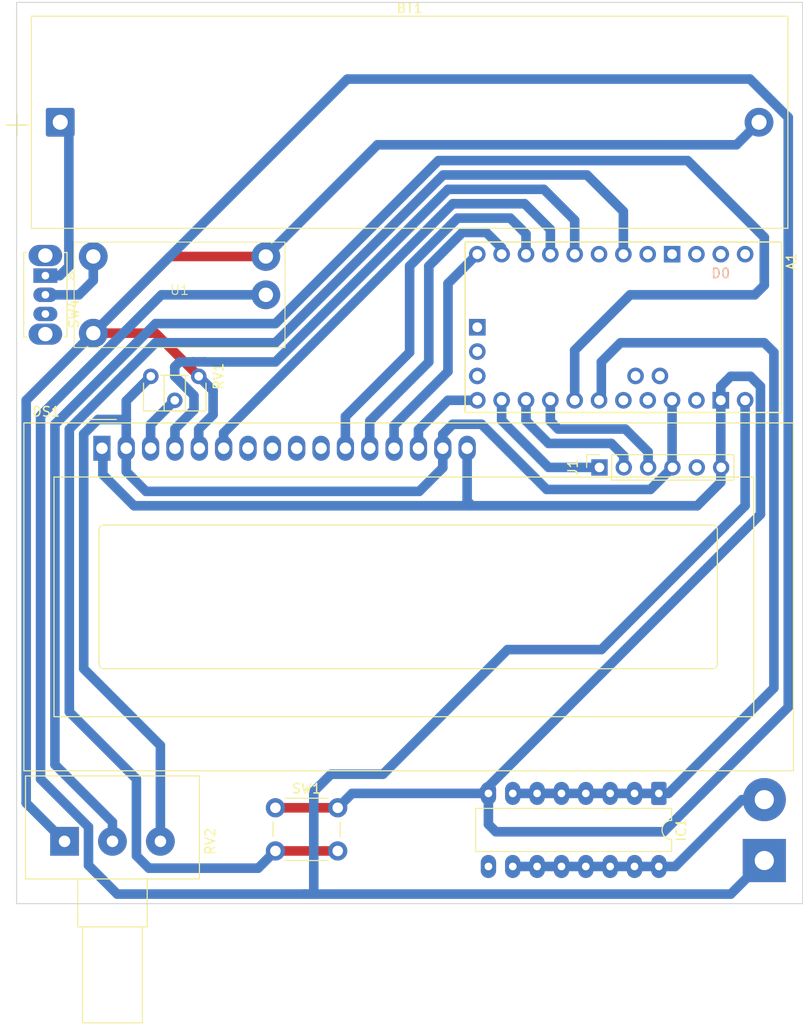
<source format=kicad_pcb>
(kicad_pcb (version 20241229) (generator "pcbnew") (generator_version "9.0")
  (layers (0 "F.Cu" signal) (2 "B.Cu" signal) (13 "F.Paste" user) (15 "B.Paste" user) (5 "F.SilkS" user "F.Silkscreen") (7 "B.SilkS" user "B.Silkscreen") (1 "F.Mask" user) (3 "B.Mask" user) (25 "Edge.Cuts" user))
  (net 0 "")
  (net 1 "+5V")
  (net 2 "+12V")
  (net 3 "+BATT")
  (net 4 "GND")
  (net 5 "Net-(IC1-O1)")
  (net 6 "Net-(BT1-+)")
  (net 9 "Net-(DS1-D6)")
  (net 10 "Net-(DS1-D5)")
  (net 11 "Net-(DS1-D4)")
  (net 13 "Net-(DS1-E)")
  (net 14 "Net-(DS1-RS)")
  (net 16 "Net-(DS1-VO)")
  (net 17 "Net-(A1-D10_CS)")
  (net 18 "Net-(IC1-I1)")
  (net 20 "Net-(A1-PadA0)")
  (net 21 "Net-(A1-D3_INT1)")
  (net 34 "Net-(A1-D12_MISO)")
  (net 35 "Net-(A1-D11_MOSI)")
  (net 36 "Net-(A1-D13_SCK)")
  (net 37 "Net-(J1-Pin_5)")
  (footprint "Display:WC1602A" (layer "F.Cu") (at 31.9 67)
    (property "Reference" "DS1" (at -5.82 -3.81 0) (layer "F.SilkS"))
    (property "Value" "WC1602A")
    (fp_line (start -8.14 -2.64) (end -8.14 33.64) (stroke (width 0.12)) (layer "F.SilkS"))
    (fp_line (start -8.14 33.64) (end 72.14 33.64) (stroke (width 0.12)) (layer "F.SilkS"))
    (fp_line (start -8.13 -2.64) (end -7.34 -2.64) (stroke (width 0.12)) (layer "F.SilkS"))
    (fp_line (start -5 3) (end 68 3) (stroke (width 0.12)) (layer "F.SilkS"))
    (fp_line (start -5 28) (end -5 3) (stroke (width 0.12)) (layer "F.SilkS"))
    (fp_line (start -1.5 -3) (end 1.5 -3) (stroke (width 0.12)) (layer "F.SilkS"))
    (fp_line (start -0.29972 22.49932) (end -0.29972 8.5) (stroke (width 0.12)) (layer "F.SilkS"))
    (fp_line (start 0.2 8) (end 63.7 8) (stroke (width 0.12)) (layer "F.SilkS"))
    (fp_line (start 63.70066 23) (end 0.2 23) (stroke (width 0.12)) (layer "F.SilkS"))
    (fp_line (start 64.2 8.5) (end 64.2 22.5) (stroke (width 0.12)) (layer "F.SilkS"))
    (fp_line (start 68 3) (end 68 28) (stroke (width 0.12)) (layer "F.SilkS"))
    (fp_line (start 68 28) (end -5 28) (stroke (width 0.12)) (layer "F.SilkS"))
    (fp_line (start 72.14 -2.64) (end -7.34 -2.64) (stroke (width 0.12)) (layer "F.SilkS"))
    (fp_line (start 72.14 33.64) (end 72.14 -2.64) (stroke (width 0.12)) (layer "F.SilkS"))
    (fp_arc (start -0.29972 8.49884) (mid -0.153162 8.145018) (end 0.20066 7.99846) (stroke (width 0.12)) (layer "F.SilkS"))
    (fp_arc (start 0.20066 22.9997) (mid -0.153162 22.853142) (end -0.29972 22.49932) (stroke (width 0.12)) (layer "F.SilkS"))
    (fp_arc (start 63.7 8) (mid 64.053553 8.146447) (end 64.2 8.5) (stroke (width 0.12)) (layer "F.SilkS"))
    (fp_arc (start 64.20104 22.49932) (mid 64.054482 22.853142) (end 63.70066 22.9997) (stroke (width 0.12)) (layer "F.SilkS"))
    (pad "1" thru_hole rect (at 0 0) (size 1.8 2.6) (drill 1.2) (layers "*.Cu" "*.Mask") (net 4 "GND"))
    (pad "2" thru_hole oval (at 2.54 0) (size 1.8 2.6) (drill 1.2) (layers "*.Cu" "*.Mask") (net 1 "+5V"))
    (pad "3" thru_hole oval (at 5.08 0) (size 1.8 2.6) (drill 1.2) (layers "*.Cu" "*.Mask") (net 16 "Net-(DS1-VO)"))
    (pad "4" thru_hole oval (at 7.62 0) (size 1.8 2.6) (drill 1.2) (layers "*.Cu" "*.Mask") (net 14 "Net-(DS1-RS)"))
    (pad "5" thru_hole oval (at 10.16 0) (size 1.8 2.6) (drill 1.2) (layers "*.Cu" "*.Mask") (net 4 "GND"))
    (pad "6" thru_hole oval (at 12.7 0) (size 1.8 2.6) (drill 1.2) (layers "*.Cu" "*.Mask") (net 13 "Net-(DS1-E)"))
    (pad "7" thru_hole oval (at 15.24 0) (size 1.8 2.6) (drill 1.2) (layers "*.Cu" "*.Mask"))
    (pad "8" thru_hole oval (at 17.78 0) (size 1.8 2.6) (drill 1.2) (layers "*.Cu" "*.Mask"))
    (pad "9" thru_hole oval (at 20.32 0) (size 1.8 2.6) (drill 1.2) (layers "*.Cu" "*.Mask"))
    (pad "10" thru_hole oval (at 22.86 0) (size 1.8 2.6) (drill 1.2) (layers "*.Cu" "*.Mask"))
    (pad "11" thru_hole oval (at 25.4 0) (size 1.8 2.6) (drill 1.2) (layers "*.Cu" "*.Mask") (net 11 "Net-(DS1-D4)"))
    (pad "12" thru_hole oval (at 27.94 0) (size 1.8 2.6) (drill 1.2) (layers "*.Cu" "*.Mask") (net 10 "Net-(DS1-D5)"))
    (pad "13" thru_hole oval (at 30.48 0) (size 1.8 2.6) (drill 1.2) (layers "*.Cu" "*.Mask") (net 9 "Net-(DS1-D6)"))
    (pad "14" thru_hole oval (at 33.02 0) (size 1.8 2.6) (drill 1.2) (layers "*.Cu" "*.Mask") (net 17 "Net-(A1-D10_CS)"))
    (pad "15" thru_hole oval (at 35.56 0) (size 1.8 2.6) (drill 1.2) (layers "*.Cu" "*.Mask") (net 1 "+5V"))
    (pad "16" thru_hole oval (at 38.1 0) (size 1.8 2.6) (drill 1.2) (layers "*.Cu" "*.Mask") (net 4 "GND"))
  )
  (footprint "Connector_PinSocket_2.54mm:PinSocket_1x06_P2.54mm_Vertical" (layer "F.Cu") (at 83.8 69 90)
    (property "Reference" "J1" (at 0 -2.77 90) (layer "F.SilkS"))
    (property "Value" "Conn_01x06_Socket")
    (fp_line (start 1.33 -1.33) (end 1.33 0) (stroke (width 0.12)) (layer "F.SilkS"))
    (fp_line (start 0 -1.33) (end 1.33 -1.33) (stroke (width 0.12)) (layer "F.SilkS"))
    (fp_line (start 1.33 1.27) (end 1.33 14.03) (stroke (width 0.12)) (layer "F.SilkS"))
    (fp_line (start -1.33 1.27) (end 1.33 1.27) (stroke (width 0.12)) (layer "F.SilkS"))
    (fp_line (start -1.33 1.27) (end -1.33 14.03) (stroke (width 0.12)) (layer "F.SilkS"))
    (fp_line (start -1.33 14.03) (end 1.33 14.03) (stroke (width 0.12)) (layer "F.SilkS"))
    (pad "1" thru_hole rect (at 0 0 90) (size 1.7 1.7) (drill 1) (layers "*.Cu" "*.Mask") (net 35 "Net-(A1-D11_MOSI)"))
    (pad "2" thru_hole circle (at 0 2.54 90) (size 1.7 1.7) (drill 1) (layers "*.Cu" "*.Mask") (net 34 "Net-(A1-D12_MISO)"))
    (pad "3" thru_hole circle (at 0 5.08 90) (size 1.7 1.7) (drill 1) (layers "*.Cu" "*.Mask") (net 36 "Net-(A1-D13_SCK)"))
    (pad "4" thru_hole circle (at 0 7.62 90) (size 1.7 1.7) (drill 1) (layers "*.Cu" "*.Mask") (net 1 "+5V"))
    (pad "5" thru_hole circle (at 0 10.16 90) (size 1.7 1.7) (drill 1) (layers "*.Cu" "*.Mask") (net 37 "Net-(J1-Pin_5)"))
    (pad "6" thru_hole circle (at 0 12.7 90) (size 1.7 1.7) (drill 1) (layers "*.Cu" "*.Mask") (net 4 "GND"))
  )
  (footprint "Battery:BatteryHolder_MPD_BH-18650-PC" (layer "F.Cu") (at 27.55 33)
    (property "Reference" "BT1" (at 36.45 -11.9 0) (layer "F.SilkS"))
    (property "Value" "Battery_Cell")
    (fp_line (start -3.01 -11.06) (end 75.91 -11.06) (stroke (width 0.12)) (layer "F.SilkS"))
    (fp_line (start -3.01 11.06) (end -3.01 -11.06) (stroke (width 0.12)) (layer "F.SilkS"))
    (fp_line (start 75.91 -11.06) (end 75.91 11.06) (stroke (width 0.12)) (layer "F.SilkS"))
    (fp_line (start 75.91 11.06) (end -3.01 11.06) (stroke (width 0.12)) (layer "F.SilkS"))
    (fp_text user "+" (at -4.5 0.05 0) (layer "F.SilkS") (effects (font (size 3 3))))
    (pad "" np_thru_hole circle (at 8.445 0) (size 3.2 3.2) (drill 3.2) (layers "*.Cu" "*.Mask"))
    (pad "" np_thru_hole circle (at 64.055 0) (size 3.2 3.2) (drill 3.2) (layers "*.Cu" "*.Mask"))
    (pad "1" thru_hole roundrect (at 0 0) (size 3 3) (drill 1.57) (layers "*.Cu" "*.Mask") (roundrect_rratio 0.083333) (net 6 "Net-(BT1-+)"))
    (pad "2" thru_hole circle (at 72.9 0) (size 3 3) (drill 1.57) (layers "*.Cu" "*.Mask") (net 4 "GND"))
  )
  (footprint "Potentiometer_THT:Potentiometer_Alps_RK163_Single_Horizontal" (layer "F.Cu") (at 28 108 90)
    (property "Reference" "RV2" (at 0 15.2 90) (layer "F.SilkS"))
    (property "Value" "R_Potentiometer")
    (fp_line (start 6.82 -4.07) (end -3.92 -4.07) (stroke (width 0.12)) (layer "F.SilkS"))
    (fp_line (start -3.92 1.38) (end -8.92 1.38) (stroke (width 0.12)) (layer "F.SilkS"))
    (fp_line (start -8.92 1.88) (end -18.92 1.88) (stroke (width 0.12)) (layer "F.SilkS"))
    (fp_line (start -8.92 8.12) (end -18.92 8.12) (stroke (width 0.12)) (layer "F.SilkS"))
    (fp_line (start -18.92 8.12) (end -18.92 1.88) (stroke (width 0.12)) (layer "F.SilkS"))
    (fp_line (start -3.92 8.62) (end -8.92 8.62) (stroke (width 0.12)) (layer "F.SilkS"))
    (fp_line (start -8.92 8.62) (end -8.92 1.38) (stroke (width 0.12)) (layer "F.SilkS"))
    (fp_line (start 6.82 14.07) (end 6.82 -4.07) (stroke (width 0.12)) (layer "F.SilkS"))
    (fp_line (start 6.82 14.07) (end -3.92 14.07) (stroke (width 0.12)) (layer "F.SilkS"))
    (fp_line (start -3.92 14.07) (end -3.92 -4.07) (stroke (width 0.12)) (layer "F.SilkS"))
    (pad "1" thru_hole rect (at 0 0 270) (size 3 3) (drill 1.2) (layers "*.Cu" "*.Mask") (net 4 "GND"))
    (pad "2" thru_hole circle (at 0 5 270) (size 3 3) (drill 1.2) (layers "*.Cu" "*.Mask") (net 20 "Net-(A1-PadA0)"))
    (pad "3" thru_hole circle (at 0 10 270) (size 3 3) (drill 1.2) (layers "*.Cu" "*.Mask") (net 1 "+5V"))
  )
  (footprint "Package_DIP:DIP-16_W7.62mm_LongPads" (layer "F.Cu") (at 90 103 -90)
    (property "Reference" "IC1" (at 3.81 -2.33 90) (layer "F.SilkS"))
    (property "Value" "ULN2003A")
    (fp_line (start 1.56 19.11) (end 6.06 19.11) (stroke (width 0.12)) (layer "F.SilkS"))
    (fp_line (start 6.06 19.11) (end 6.06 -1.33) (stroke (width 0.12)) (layer "F.SilkS"))
    (fp_line (start 1.56 -1.33) (end 1.56 19.11) (stroke (width 0.12)) (layer "F.SilkS"))
    (fp_line (start 2.81 -1.33) (end 1.56 -1.33) (stroke (width 0.12)) (layer "F.SilkS"))
    (fp_line (start 6.06 -1.33) (end 4.81 -1.33) (stroke (width 0.12)) (layer "F.SilkS"))
    (fp_arc (start 4.81 -1.33) (mid 3.81 -0.33) (end 2.81 -1.33) (stroke (width 0.12)) (layer "F.SilkS"))
    (pad "1" thru_hole roundrect (at 0 0 270) (size 2.4 1.6) (drill 0.8) (layers "*.Cu" "*.Mask") (roundrect_rratio 0.15625) (net 18 "Net-(IC1-I1)"))
    (pad "2" thru_hole oval (at 0 2.54 270) (size 2.4 1.6) (drill 0.8) (layers "*.Cu" "*.Mask") (net 18 "Net-(IC1-I1)"))
    (pad "3" thru_hole oval (at 0 5.08 270) (size 2.4 1.6) (drill 0.8) (layers "*.Cu" "*.Mask") (net 18 "Net-(IC1-I1)"))
    (pad "4" thru_hole oval (at 0 7.62 270) (size 2.4 1.6) (drill 0.8) (layers "*.Cu" "*.Mask") (net 18 "Net-(IC1-I1)"))
    (pad "5" thru_hole oval (at 0 10.16 270) (size 2.4 1.6) (drill 0.8) (layers "*.Cu" "*.Mask") (net 18 "Net-(IC1-I1)"))
    (pad "6" thru_hole oval (at 0 12.7 270) (size 2.4 1.6) (drill 0.8) (layers "*.Cu" "*.Mask") (net 18 "Net-(IC1-I1)"))
    (pad "7" thru_hole oval (at 0 15.24 270) (size 2.4 1.6) (drill 0.8) (layers "*.Cu" "*.Mask") (net 18 "Net-(IC1-I1)"))
    (pad "8" thru_hole oval (at 0 17.78 270) (size 2.4 1.6) (drill 0.8) (layers "*.Cu" "*.Mask") (net 4 "GND"))
    (pad "9" thru_hole oval (at 7.62 17.78 270) (size 2.4 1.6) (drill 0.8) (layers "*.Cu" "*.Mask"))
    (pad "10" thru_hole oval (at 7.62 15.24 270) (size 2.4 1.6) (drill 0.8) (layers "*.Cu" "*.Mask") (net 5 "Net-(IC1-O1)"))
    (pad "11" thru_hole oval (at 7.62 12.7 270) (size 2.4 1.6) (drill 0.8) (layers "*.Cu" "*.Mask") (net 5 "Net-(IC1-O1)"))
    (pad "12" thru_hole oval (at 7.62 10.16 270) (size 2.4 1.6) (drill 0.8) (layers "*.Cu" "*.Mask") (net 5 "Net-(IC1-O1)"))
    (pad "13" thru_hole oval (at 7.62 7.62 270) (size 2.4 1.6) (drill 0.8) (layers "*.Cu" "*.Mask") (net 5 "Net-(IC1-O1)"))
    (pad "14" thru_hole oval (at 7.62 5.08 270) (size 2.4 1.6) (drill 0.8) (layers "*.Cu" "*.Mask") (net 5 "Net-(IC1-O1)"))
    (pad "15" thru_hole oval (at 7.62 2.54 270) (size 2.4 1.6) (drill 0.8) (layers "*.Cu" "*.Mask") (net 5 "Net-(IC1-O1)"))
    (pad "16" thru_hole oval (at 7.62 0 270) (size 2.4 1.6) (drill 0.8) (layers "*.Cu" "*.Mask") (net 5 "Net-(IC1-O1)"))
  )
  (footprint "Potentiometer_THT:Potentiometer_ACP_CA6-H2,5_Horizontal" (layer "F.Cu") (at 42 59.5 -90)
    (property "Reference" "RV1" (at 0 -2.06 90) (layer "F.SilkS"))
    (property "Value" "R_Potentiometer")
    (fp_line (start 3.61 5.76) (end 0.71 5.76) (stroke (width 0.12)) (layer "F.SilkS"))
    (fp_line (start -0.11 3.966) (end -0.11 1.034) (stroke (width 0.12)) (layer "F.SilkS"))
    (fp_line (start -0.11 3.61) (end -0.11 1.39) (stroke (width 0.12)) (layer "F.SilkS"))
    (fp_line (start 3.61 3.61) (end -0.11 3.61) (stroke (width 0.12)) (layer "F.SilkS"))
    (fp_line (start -0.11 1.39) (end 3.61 1.39) (stroke (width 0.12)) (layer "F.SilkS"))
    (fp_line (start 3.61 1.39) (end 3.61 3.61) (stroke (width 0.12)) (layer "F.SilkS"))
    (fp_line (start 0.71 -0.76) (end 3.61 -0.76) (stroke (width 0.12)) (layer "F.SilkS"))
    (fp_line (start 3.61 -0.76) (end 3.61 5.76) (stroke (width 0.12)) (layer "F.SilkS"))
    (pad "1" thru_hole circle (at 0 0 270) (size 1.62 1.62) (drill 0.9) (layers "*.Cu" "*.Mask") (net 4 "GND"))
    (pad "2" thru_hole circle (at 2.5 2.5 270) (size 1.62 1.62) (drill 0.9) (layers "*.Cu" "*.Mask") (net 16 "Net-(DS1-VO)"))
    (pad "3" thru_hole circle (at 0 5 270) (size 1.62 1.62) (drill 0.9) (layers "*.Cu" "*.Mask") (net 1 "+5V"))
  )
  (footprint "arduino-library:Clone_Pro_Mini_Socket_NoSPH" (layer "F.Cu") (at 86.3 54.38 -90)
    (property "Reference" "A1" (at -6.858 -17.526 90) (layer "F.SilkS"))
    (property "Value" "Arduino_Pro_Mini_Socket_NoSPH")
    (fp_line (start 8.89 16.51) (end -8.89 16.51) (stroke (width 0.15)) (layer "F.SilkS"))
    (fp_line (start -8.89 -16.51) (end -8.89 16.51) (stroke (width 0.15)) (layer "F.SilkS"))
    (fp_line (start 8.89 -16.51) (end 8.89 16.51) (stroke (width 0.15)) (layer "F.SilkS"))
    (fp_line (start 8.89 -16.51) (end -8.89 -16.51) (stroke (width 0.15)) (layer "F.SilkS"))
    (fp_text user "D0" (at -5.715 -10.16 180) (layer "F.SilkS"))
    (fp_text user "D0" (at -5.715 -10.16 180) (layer "B.SilkS") (effects (justify mirror)))
    (pad "A0" thru_hole circle (at 7.62 5.08 270) (size 1.7272 1.7272) (drill 1.016) (layers "*.Cu" "*.Mask") (net 20 "Net-(A1-PadA0)"))
    (pad "A1" thru_hole circle (at 7.62 2.54 270) (size 1.7272 1.7272) (drill 1.016) (layers "*.Cu" "*.Mask") (net 18 "Net-(IC1-I1)"))
    (pad "A2" thru_hole circle (at 7.62 0 270) (size 1.7272 1.7272) (drill 1.016) (layers "*.Cu" "*.Mask"))
    (pad "A3" thru_hole circle (at 7.62 -2.54 270) (size 1.7272 1.7272) (drill 1.016) (layers "*.Cu" "*.Mask"))
    (pad "A4" thru_hole circle (at 5.08 -1.27 270) (size 1.7272 1.7272) (drill 1.016) (layers "*.Cu" "*.Mask"))
    (pad "A5" thru_hole circle (at 5.08 -3.81 270) (size 1.7272 1.7272) (drill 1.016) (layers "*.Cu" "*.Mask"))
    (pad "A6" thru_hole circle (at 2.54 15.24 270) (size 1.7272 1.7272) (drill 1.016) (layers "*.Cu" "*.Mask"))
    (pad "A7" thru_hole circle (at 5.08 15.24 270) (size 1.7272 1.7272) (drill 1.016) (layers "*.Cu" "*.Mask"))
    (pad "D0" thru_hole circle (at -7.62 -10.16 270) (size 1.7272 1.7272) (drill 1.016) (layers "*.Cu" "*.Mask"))
    (pad "D1" thru_hole circle (at -7.62 -12.7 270) (size 1.7272 1.7272) (drill 1.016) (layers "*.Cu" "*.Mask"))
    (pad "D2" thru_hole circle (at -7.62 -2.54 270) (size 1.7272 1.7272) (drill 1.016) (layers "*.Cu" "*.Mask"))
    (pad "D3" thru_hole circle (at -7.62 0 270) (size 1.7272 1.7272) (drill 1.016) (layers "*.Cu" "*.Mask") (net 21 "Net-(A1-D3_INT1)"))
    (pad "D4" thru_hole circle (at -7.62 2.54 270) (size 1.7272 1.7272) (drill 1.016) (layers "*.Cu" "*.Mask"))
    (pad "D5" thru_hole circle (at -7.62 5.08 270) (size 1.7272 1.7272) (drill 1.016) (layers "*.Cu" "*.Mask") (net 14 "Net-(DS1-RS)"))
    (pad "D6" thru_hole circle (at -7.62 7.62 270) (size 1.7272 1.7272) (drill 1.016) (layers "*.Cu" "*.Mask") (net 13 "Net-(DS1-E)"))
    (pad "D7" thru_hole circle (at -7.62 10.16 270) (size 1.7272 1.7272) (drill 1.016) (layers "*.Cu" "*.Mask") (net 11 "Net-(DS1-D4)"))
    (pad "D8" thru_hole circle (at -7.62 12.7 270) (size 1.7272 1.7272) (drill 1.016) (layers "*.Cu" "*.Mask") (net 10 "Net-(DS1-D5)"))
    (pad "D9" thru_hole circle (at -7.62 15.24 270) (size 1.7272 1.7272) (drill 1.016) (layers "*.Cu" "*.Mask") (net 9 "Net-(DS1-D6)"))
    (pad "D10" thru_hole circle (at 7.62 15.24 270) (size 1.7272 1.7272) (drill 1.016) (layers "*.Cu" "*.Mask") (net 17 "Net-(A1-D10_CS)"))
    (pad "D11" thru_hole circle (at 7.62 12.7 270) (size 1.7272 1.7272) (drill 1.016) (layers "*.Cu" "*.Mask") (net 35 "Net-(A1-D11_MOSI)"))
    (pad "D12" thru_hole circle (at 7.62 10.16 270) (size 1.7272 1.7272) (drill 1.016) (layers "*.Cu" "*.Mask") (net 34 "Net-(A1-D12_MISO)"))
    (pad "D13" thru_hole circle (at 7.62 7.62 270) (size 1.7272 1.7272) (drill 1.016) (layers "*.Cu" "*.Mask") (net 36 "Net-(A1-D13_SCK)"))
    (pad "GND1" thru_hole rect (at -7.62 -5.08 270) (size 1.7272 1.7272) (drill 1.016) (layers "*.Cu" "*.Mask"))
    (pad "GND2" thru_hole rect (at 7.62 -10.16 270) (size 1.7272 1.7272) (drill 1.016) (layers "*.Cu" "*.Mask") (net 4 "GND"))
    (pad "GND3" thru_hole rect (at 0 15.24 270) (size 1.7272 1.7272) (drill 1.016) (layers "*.Cu" "*.Mask"))
    (pad "RAW" thru_hole circle (at 7.62 -12.7 270) (size 1.7272 1.7272) (drill 1.016) (layers "*.Cu" "*.Mask") (net 2 "+12V"))
    (pad "RST1" thru_hole circle (at -7.62 -7.62 270) (size 1.7272 1.7272) (drill 1.016) (layers "*.Cu" "*.Mask"))
    (pad "RST2" thru_hole circle (at 7.62 -7.62 270) (size 1.7272 1.7272) (drill 1.016) (layers "*.Cu" "*.Mask") (net 37 "Net-(J1-Pin_5)"))
    (pad "Vcc1" thru_hole circle (at 7.62 -5.08 270) (size 1.7272 1.7272) (drill 1.016) (layers "*.Cu" "*.Mask") (net 1 "+5V"))
  )
  (footprint "Connector_Wire:SolderWirePad_1x02_P7.62mm_Drill2mm" (layer "F.Cu") (at 101 110 90)
    (property "Reference" "J2" (hide yes))
    (property "Value" "Conn_01x02" (hide yes))
    (pad "1" thru_hole rect (at 0 0 90) (size 4.50088 4.50088) (drill 1.99898) (layers "*.Cu" "*.Mask") (net 2 "+12V"))
    (pad "2" thru_hole circle (at 6.35 0 90) (size 4.50088 4.50088) (drill 1.99898) (layers "*.Cu" "*.Mask") (net 5 "Net-(IC1-O1)"))
  )
  (footprint "chinese_modules:dc-dc module" (layer "F.Cu") (at 40 51)
    (property "Reference" "U1" (at 0 -0.5 0) (layer "F.SilkS") (effects (font (thickness 0.1))))
    (property "Value" "~")
    (fp_rect (start -11 -5.5) (end 11 5.5) (stroke (width 0.1)) (fill no) (layer "F.SilkS"))
    (pad "1" thru_hole circle (at -9 4) (size 3 3) (drill 1.5) (layers "*.Cu" "*.Mask") (net 4 "GND"))
    (pad "2" thru_hole circle (at -9 -4) (size 3 3) (drill 1.5) (layers "*.Cu" "*.Mask") (net 3 "+BATT"))
    (pad "3" thru_hole circle (at 9 -4) (size 3 3) (drill 1.5) (layers "*.Cu" "*.Mask") (net 4 "GND"))
    (pad "4" thru_hole circle (at 9 0) (size 3 3) (drill 1.5) (layers "*.Cu" "*.Mask") (net 2 "+12V"))
  )
  (footprint "Button_Switch_THT:SW_Slide_SPDT_Straight_CK_OS102011MS2Q" (layer "F.Cu") (at 26 49 -90)
    (property "Reference" "SW4" (at 3.99 -2.99 90) (layer "F.SilkS"))
    (property "Value" "SW_SPST")
    (fp_line (start -2.41 2.26) (end -2.41 1.95) (stroke (width 0.12)) (layer "F.SilkS"))
    (fp_line (start 6.41 2.26) (end -2.41 2.26) (stroke (width 0.12)) (layer "F.SilkS"))
    (fp_line (start 6.41 2.26) (end 6.41 1.95) (stroke (width 0.12)) (layer "F.SilkS"))
    (fp_line (start -2.41 -1.95) (end -2.41 -2.26) (stroke (width 0.12)) (layer "F.SilkS"))
    (fp_line (start -2.41 -2.26) (end 6.41 -2.26) (stroke (width 0.12)) (layer "F.SilkS"))
    (fp_line (start 6.41 -2.26) (end 6.41 -1.95) (stroke (width 0.12)) (layer "F.SilkS"))
    (fp_line (start 0 -2.46) (end 0.5 -2.96) (stroke (width 0.12)) (layer "F.SilkS"))
    (fp_line (start -0.5 -2.96) (end 0 -2.46) (stroke (width 0.12)) (layer "F.SilkS"))
    (fp_line (start 0.5 -2.96) (end -0.5 -2.96) (stroke (width 0.12)) (layer "F.SilkS"))
    (pad "" thru_hole oval (at -2.1 0 270) (size 2.2 3.5) (drill 1.5) (layers "*.Cu" "*.Mask"))
    (pad "" thru_hole oval (at 6.1 0 270) (size 2.2 3.5) (drill 1.5) (layers "*.Cu" "*.Mask"))
    (pad "1" thru_hole rect (at 0 0 270) (size 1.5 2.5) (drill 0.8) (layers "*.Cu" "*.Mask") (net 6 "Net-(BT1-+)"))
    (pad "2" thru_hole oval (at 2 0 270) (size 1.5 2.5) (drill 0.8) (layers "*.Cu" "*.Mask") (net 3 "+BATT"))
    (pad "3" thru_hole oval (at 4 0 270) (size 1.5 2.5) (drill 0.8) (layers "*.Cu" "*.Mask"))
  )
  (footprint "Button_Switch_THT:SW_PUSH_6mm_H5mm" (layer "F.Cu") (at 50 104.5)
    (property "Reference" "SW1" (at 3.25 -2 0) (layer "F.SilkS"))
    (property "Value" "SW_Push")
    (fp_line (start -0.25 1.5) (end -0.25 3) (stroke (width 0.12)) (layer "F.SilkS"))
    (fp_line (start 1 5.5) (end 5.5 5.5) (stroke (width 0.12)) (layer "F.SilkS"))
    (fp_line (start 5.5 -1) (end 1 -1) (stroke (width 0.12)) (layer "F.SilkS"))
    (fp_line (start 6.75 3) (end 6.75 1.5) (stroke (width 0.12)) (layer "F.SilkS"))
    (pad "1" thru_hole circle (at 0 0 90) (size 2 2) (drill 1.1) (layers "*.Cu" "*.Mask") (net 4 "GND"))
    (pad "1" thru_hole circle (at 6.5 0 90) (size 2 2) (drill 1.1) (layers "*.Cu" "*.Mask") (net 4 "GND"))
    (pad "2" thru_hole circle (at 0 4.5 90) (size 2 2) (drill 1.1) (layers "*.Cu" "*.Mask") (net 21 "Net-(A1-D3_INT1)"))
    (pad "2" thru_hole circle (at 6.5 4.5 90) (size 2 2) (drill 1.1) (layers "*.Cu" "*.Mask") (net 21 "Net-(A1-D3_INT1)"))
  )
  (gr_rect (start 23 20.5) (end 105 114.5) (stroke (width 0.1)) (fill no) (layer "Edge.Cuts"))
  (segment (start 68.5 64.5) (end 71.5 64.5) (width 1) (layer "B.Cu") (net 1))
  (segment (start 67.46 65.54) (end 68.5 64.5) (width 1) (layer "B.Cu") (net 1))
  (segment (start 36.5 71.5) (end 34.44 69.44) (width 1) (layer "B.Cu") (net 1))
  (segment (start 67.46 67) (end 67.46 65.54) (width 1) (layer "B.Cu") (net 1))
  (segment (start 30 90) (end 38 98) (width 1) (layer "B.Cu") (net 1))
  (segment (start 67.46 67) (end 67.46 69.04) (width 1) (layer "B.Cu") (net 1))
  (segment (start 65 71.5) (end 36.5 71.5) (width 1) (layer "B.Cu") (net 1))
  (segment (start 31.5 64) (end 30 65.5) (width 1) (layer "B.Cu") (net 1))
  (segment (start 34.44 67) (end 34.44 64) (width 1) (layer "B.Cu") (net 1))
  (segment (start 38 98) (end 38 108) (width 1) (layer "B.Cu") (net 1))
  (segment (start 71.5 64.5) (end 78.299 71.299) (width 1) (layer "B.Cu") (net 1))
  (segment (start 34.44 62.06) (end 34.44 64) (width 1) (layer "B.Cu") (net 1))
  (segment (start 91.38 68.96) (end 91.42 69) (width 1) (layer "B.Cu") (net 1))
  (segment (start 91.38 62) (end 91.38 68.96) (width 1) (layer "B.Cu") (net 1))
  (segment (start 78.299 71.299) (end 89.121 71.299) (width 1) (layer "B.Cu") (net 1))
  (segment (start 89.121 71.299) (end 91.42 69) (width 1) (layer "B.Cu") (net 1))
  (segment (start 34.44 69.44) (end 34.44 67) (width 1) (layer "B.Cu") (net 1))
  (segment (start 37 59.5) (end 34.44 62.06) (width 1) (layer "B.Cu") (net 1))
  (segment (start 30 65.5) (end 30 90) (width 1) (layer "B.Cu") (net 1))
  (segment (start 34.44 64) (end 31.5 64) (width 1) (layer "B.Cu") (net 1))
  (segment (start 67.46 69.04) (end 65 71.5) (width 1) (layer "B.Cu") (net 1))
  (segment (start 53 113.499) (end 33.499 113.499) (width 1) (layer "B.Cu") (net 2))
  (segment (start 25.5 63.612685) (end 38.112685 51) (width 1) (layer "B.Cu") (net 2))
  (segment (start 33.499 113.499) (end 30.5 110.5) (width 1) (layer "B.Cu") (net 2))
  (segment (start 38.112685 51) (end 49 51) (width 1) (layer "B.Cu") (net 2))
  (segment (start 99 73) (end 84 88) (width 1) (layer "B.Cu") (net 2))
  (segment (start 54 102.799) (end 54 113.499) (width 1) (layer "B.Cu") (net 2))
  (segment (start 61.221314 101) (end 55.799 101) (width 1) (layer "B.Cu") (net 2))
  (segment (start 97.501 113.499) (end 53 113.499) (width 1) (layer "B.Cu") (net 2))
  (segment (start 99 62) (end 99 73) (width 1) (layer "B.Cu") (net 2))
  (segment (start 30.5 110.5) (end 30.5 106.5) (width 1) (layer "B.Cu") (net 2))
  (segment (start 54 113.499) (end 53 113.499) (width 1) (layer "B.Cu") (net 2))
  (segment (start 25.5 101.5) (end 25.5 63.612685) (width 1) (layer "B.Cu") (net 2))
  (segment (start 101 110) (end 97.501 113.499) (width 1) (layer "B.Cu") (net 2))
  (segment (start 74.221314 88) (end 61.221314 101) (width 1) (layer "B.Cu") (net 2))
  (segment (start 84 88) (end 74.221314 88) (width 1) (layer "B.Cu") (net 2))
  (segment (start 30.5 106.5) (end 25.5 101.5) (width 1) (layer "B.Cu") (net 2))
  (segment (start 55.799 101) (end 54 102.799) (width 1) (layer "B.Cu") (net 2))
  (segment (start 31 49.5) (end 29.5 51) (width 1) (layer "B.Cu") (net 3))
  (segment (start 31 47) (end 31 49.5) (width 1) (layer "B.Cu") (net 3))
  (segment (start 29.5 51) (end 26 51) (width 1) (layer "B.Cu") (net 3))
  (segment (start 31 55) (end 37.5 55) (width 1) (layer "F.Cu") (net 4))
  (segment (start 31 55) (end 39 47) (width 1) (layer "F.Cu") (net 4))
  (segment (start 50 104.5) (end 56.5 104.5) (width 1) (layer "F.Cu") (net 4))
  (segment (start 39 47) (end 49 47) (width 1) (layer "F.Cu") (net 4))
  (segment (start 37.5 55) (end 42 59.5) (width 1) (layer "F.Cu") (net 4))
  (segment (start 99.5 28.5) (end 103.5 32.5) (width 1) (layer "B.Cu") (net 4))
  (segment (start 90.5 107) (end 73 107) (width 1) (layer "B.Cu") (net 4))
  (segment (start 28 108) (end 29 108) (width 1) (layer "B.Cu") (net 4))
  (segment (start 42 65) (end 42 66.94) (width 1) (layer "B.Cu") (net 4))
  (segment (start 103.5 32.5) (end 103.5 94) (width 1) (layer "B.Cu") (net 4))
  (segment (start 100.598 60.549) (end 100.598 73.902) (width 1) (layer "B.Cu") (net 4))
  (segment (start 100.598 73.902) (end 71.5 103) (width 1) (layer "B.Cu") (net 4))
  (segment (start 56.5 104.5) (end 58 103) (width 1) (layer "B.Cu") (net 4))
  (segment (start 43.5 61) (end 43.5 63.5) (width 1) (layer "B.Cu") (net 4))
  (segment (start 70.5 73) (end 35.25 73) (width 1) (layer "B.Cu") (net 4))
  (segment (start 35.25 73) (end 32 69.75) (width 1) (layer "B.Cu") (net 4))
  (segment (start 42 59.5) (end 43.5 61) (width 1) (layer "B.Cu") (net 4))
  (segment (start 57.5 28.5) (end 99.5 28.5) (width 1) (layer "B.Cu") (net 4))
  (segment (start 71.5 103) (end 72.22 103) (width 1) (layer "B.Cu") (net 4))
  (segment (start 73 107) (end 72.22 106.22) (width 1) (layer "B.Cu") (net 4))
  (segment (start 58 103) (end 71.5 103) (width 1) (layer "B.Cu") (net 4))
  (segment (start 100.45 33) (end 98.099 35.351) (width 1) (layer "B.Cu") (net 4))
  (segment (start 24 62) (end 31 55) (width 1) (layer "B.Cu") (net 4))
  (segment (start 94 73) (end 70.5 73) (width 1) (layer "B.Cu") (net 4))
  (segment (start 99.549 59.5) (end 100.598 60.549) (width 1) (layer "B.Cu") (net 4))
  (segment (start 60.649 35.351) (end 49 47) (width 1) (layer "B.Cu") (net 4))
  (segment (start 96.46 60.54) (end 97.5 59.5) (width 1) (layer "B.Cu") (net 4))
  (segment (start 70 67) (end 70 72.5) (width 1) (layer "B.Cu") (net 4))
  (segment (start 103.5 94) (end 94.25 103.25) (width 1) (layer "B.Cu") (net 4))
  (segment (start 32 67.5) (end 31.9 67.4) (width 1) (layer "B.Cu") (net 4))
  (segment (start 96.46 62) (end 96.46 60.54) (width 1) (layer "B.Cu") (net 4))
  (segment (start 70 72.5) (end 70.5 73) (width 1) (layer "B.Cu") (net 4))
  (segment (start 97.5 59.5) (end 99.549 59.5) (width 1) (layer "B.Cu") (net 4))
  (segment (start 98.099 35.351) (end 60.649 35.351) (width 1) (layer "B.Cu") (net 4))
  (segment (start 72.22 106.22) (end 72.22 103) (width 1) (layer "B.Cu") (net 4))
  (segment (start 96.46 62) (end 96.46 70.54) (width 1) (layer "B.Cu") (net 4))
  (segment (start 96.46 70.54) (end 94 73) (width 1) (layer "B.Cu") (net 4))
  (segment (start 42 66.94) (end 42.06 67) (width 1) (layer "B.Cu") (net 4))
  (segment (start 43.5 63.5) (end 42 65) (width 1) (layer "B.Cu") (net 4))
  (segment (start 28 108) (end 24 104) (width 1) (layer "B.Cu") (net 4))
  (segment (start 32 69.75) (end 32 67.5) (width 1) (layer "B.Cu") (net 4))
  (segment (start 31 55) (end 57.5 28.5) (width 1) (layer "B.Cu") (net 4))
  (segment (start 99.5 98) (end 90.5 107) (width 1) (layer "B.Cu") (net 4))
  (segment (start 24 104) (end 24 62) (width 1) (layer "B.Cu") (net 4))
  (segment (start 31.9 67.4) (end 31.9 67) (width 1) (layer "B.Cu") (net 4))
  (segment (start 90 110.62) (end 91.705 110.62) (width 1) (layer "B.Cu") (net 5))
  (segment (start 91.705 110.62) (end 98.675 103.65) (width 1) (layer "B.Cu") (net 5))
  (segment (start 98.675 103.65) (end 101 103.65) (width 1) (layer "B.Cu") (net 5))
  (segment (start 74.76 110.62) (end 90 110.62) (width 1) (layer "B.Cu") (net 5))
  (segment (start 26 49) (end 27.5 49) (width 1) (layer "B.Cu") (net 6))
  (segment (start 28.451 48.049) (end 28.451 33.901) (width 1) (layer "B.Cu") (net 6))
  (segment (start 27.5 49) (end 28.451 48.049) (width 1) (layer "B.Cu") (net 6))
  (segment (start 28.451 33.901) (end 27.55 33) (width 1) (layer "B.Cu") (net 6))
  (segment (start 25.549 48.799) (end 25.75 49) (width 1) (layer "B.Cu") (net 6))
  (segment (start 62.38 64.62) (end 62.38 67) (width 1) (layer "B.Cu") (net 9))
  (segment (start 68 49.82) (end 68 59) (width 1) (layer "B.Cu") (net 9))
  (segment (start 71.06 46.76) (end 68 49.82) (width 1) (layer "B.Cu") (net 9))
  (segment (start 68 59) (end 62.38 64.62) (width 1) (layer "B.Cu") (net 9))
  (segment (start 72 44.5) (end 69.5 44.5) (width 1) (layer "B.Cu") (net 10))
  (segment (start 59.84 64.16) (end 59.84 67) (width 1) (layer "B.Cu") (net 10))
  (segment (start 66 48) (end 66 58) (width 1) (layer "B.Cu") (net 10))
  (segment (start 73.6 46.1) (end 72 44.5) (width 1) (layer "B.Cu") (net 10))
  (segment (start 69.5 44.5) (end 66 48) (width 1) (layer "B.Cu") (net 10))
  (segment (start 66 58) (end 59.84 64.16) (width 1) (layer "B.Cu") (net 10))
  (segment (start 73.6 46.76) (end 73.6 46.1) (width 1) (layer "B.Cu") (net 10))
  (segment (start 74.5 43) (end 69 43) (width 1) (layer "B.Cu") (net 11))
  (segment (start 64 57) (end 57.3 63.7) (width 1) (layer "B.Cu") (net 11))
  (segment (start 76.14 46.76) (end 76.14 44.64) (width 1) (layer "B.Cu") (net 11))
  (segment (start 57.3 63.7) (end 57.3 67) (width 1) (layer "B.Cu") (net 11))
  (segment (start 69 43) (end 64 48) (width 1) (layer "B.Cu") (net 11))
  (segment (start 64 48) (end 64 57) (width 1) (layer "B.Cu") (net 11))
  (segment (start 76.14 44.64) (end 74.5 43) (width 1) (layer "B.Cu") (net 11))
  (segment (start 78.68 44.18) (end 76 41.5) (width 1) (layer "B.Cu") (net 13))
  (segment (start 78.68 46.76) (end 78.68 44.18) (width 1) (layer "B.Cu") (net 13))
  (segment (start 76 41.5) (end 68.5 41.5) (width 1) (layer "B.Cu") (net 13))
  (segment (start 68.5 41.5) (end 44.6 65.4) (width 1) (layer "B.Cu") (net 13))
  (segment (start 44.6 65.4) (end 44.6 67) (width 1) (layer "B.Cu") (net 13))
  (segment (start 50 58) (end 42.636877 58) (width 1) (layer "B.Cu") (net 14))
  (segment (start 41.5 61.5) (end 41.5 63) (width 1) (layer "B.Cu") (net 14))
  (segment (start 40 58) (end 39.5 58.5) (width 1) (layer "B.Cu") (net 14))
  (segment (start 39.52 64.98) (end 39.52 67) (width 1) (layer "B.Cu") (net 14))
  (segment (start 41.5 63) (end 39.52 64.98) (width 1) (layer "B.Cu") (net 14))
  (segment (start 42.636877 58) (end 42.625877 57.989) (width 1) (layer "B.Cu") (net 14))
  (segment (start 39.5 58.5) (end 39.5 59.5) (width 1) (layer "B.Cu") (net 14))
  (segment (start 41.374123 57.989) (end 41.363123 58) (width 1) (layer "B.Cu") (net 14))
  (segment (start 39.5 59.5) (end 41.5 61.5) (width 1) (layer "B.Cu") (net 14))
  (segment (start 41.363123 58) (end 40 58) (width 1) (layer "B.Cu") (net 14))
  (segment (start 81.22 46.76) (end 81.22 43.22) (width 1) (layer "B.Cu") (net 14))
  (segment (start 68 40) (end 50 58) (width 1) (layer "B.Cu") (net 14))
  (segment (start 81.22 43.22) (end 78 40) (width 1) (layer "B.Cu") (net 14))
  (segment (start 78 40) (end 68 40) (width 1) (layer "B.Cu") (net 14))
  (segment (start 42.625877 57.989) (end 41.374123 57.989) (width 1) (layer "B.Cu") (net 14))
  (segment (start 36.98 64.52) (end 36.98 67) (width 1) (layer "B.Cu") (net 16))
  (segment (start 39.5 62) (end 36.98 64.52) (width 1) (layer "B.Cu") (net 16))
  (segment (start 64.92 65.08) (end 68 62) (width 1) (layer "B.Cu") (net 17))
  (segment (start 68 62) (end 71.06 62) (width 1) (layer "B.Cu") (net 17))
  (segment (start 64.92 67) (end 64.92 65.08) (width 1) (layer "B.Cu") (net 17))
  (segment (start 84 58) (end 86 56) (width 1) (layer "B.Cu") (net 18))
  (segment (start 84 61.76) (end 84 58) (width 1) (layer "B.Cu") (net 18))
  (segment (start 91 103) (end 90 103) (width 1) (layer "B.Cu") (net 18))
  (segment (start 102 92) (end 91 103) (width 1) (layer "B.Cu") (net 18))
  (segment (start 74.76 103) (end 90 103) (width 1) (layer "B.Cu") (net 18))
  (segment (start 101 56) (end 102 57) (width 1) (layer "B.Cu") (net 18))
  (segment (start 83.76 62) (end 84 61.76) (width 1) (layer "B.Cu") (net 18))
  (segment (start 86 56) (end 101 56) (width 1) (layer "B.Cu") (net 18))
  (segment (start 102 57) (end 102 92) (width 1) (layer "B.Cu") (net 18))
  (segment (start 100 51) (end 101 50) (width 1) (layer "B.Cu") (net 20))
  (segment (start 81.22 56.78) (end 87 51) (width 1) (layer "B.Cu") (net 20))
  (segment (start 27 64.5) (end 27 100) (width 1) (layer "B.Cu") (net 20))
  (segment (start 101 45) (end 93 37) (width 1) (layer "B.Cu") (net 20))
  (segment (start 101 50) (end 101 45) (width 1) (layer "B.Cu") (net 20))
  (segment (start 93 37) (end 67 37) (width 1) (layer "B.Cu") (net 20))
  (segment (start 81.22 62) (end 81.22 56.78) (width 1) (layer "B.Cu") (net 20))
  (segment (start 50 54) (end 37.5 54) (width 1) (layer "B.Cu") (net 20))
  (segment (start 87 51) (end 100 51) (width 1) (layer "B.Cu") (net 20))
  (segment (start 33 106) (end 33 108) (width 1) (layer "B.Cu") (net 20))
  (segment (start 37.5 54) (end 27 64.5) (width 1) (layer "B.Cu") (net 20))
  (segment (start 67 37) (end 50 54) (width 1) (layer "B.Cu") (net 20))
  (segment (start 27 100) (end 33 106) (width 1) (layer "B.Cu") (net 20))
  (segment (start 50 109) (end 56.5 109) (width 1) (layer "F.Cu") (net 21))
  (segment (start 36.799 110.799) (end 35.5 109.5) (width 1) (layer "B.Cu") (net 21))
  (segment (start 50 56) (end 67.5 38.5) (width 1) (layer "B.Cu") (net 21))
  (segment (start 48.201 110.799) (end 36.799 110.799) (width 1) (layer "B.Cu") (net 21))
  (segment (start 35.5 109.5) (end 35.5 101.5) (width 1) (layer "B.Cu") (net 21))
  (segment (start 67.5 38.5) (end 82.5 38.5) (width 1) (layer "B.Cu") (net 21))
  (segment (start 50 109) (end 48.201 110.799) (width 1) (layer "B.Cu") (net 21))
  (segment (start 35.5 101.5) (end 28.5 94.5) (width 1) (layer "B.Cu") (net 21))
  (segment (start 86.3 42.3) (end 86.3 46.76) (width 1) (layer "B.Cu") (net 21))
  (segment (start 37.5 56) (end 50 56) (width 1) (layer "B.Cu") (net 21))
  (segment (start 28.5 65) (end 37.5 56) (width 1) (layer "B.Cu") (net 21))
  (segment (start 28.5 94.5) (end 28.5 65) (width 1) (layer "B.Cu") (net 21))
  (segment (start 82.5 38.5) (end 86.3 42.3) (width 1) (layer "B.Cu") (net 21))
  (segment (start 76.14 64.14) (end 78.5 66.5) (width 1) (layer "B.Cu") (net 34))
  (segment (start 78.5 66.5) (end 85.042081 66.5) (width 1) (layer "B.Cu") (net 34))
  (segment (start 85.042081 66.5) (end 86.34 67.797919) (width 1) (layer "B.Cu") (net 34))
  (segment (start 86.34 67.797919) (end 86.34 69) (width 1) (layer "B.Cu") (net 34))
  (segment (start 76.14 62) (end 76.14 64.14) (width 1) (layer "B.Cu") (net 34))
  (segment (start 73.6 64.1) (end 78.5 69) (width 1) (layer "B.Cu") (net 35))
  (segment (start 73.6 62) (end 73.6 64.1) (width 1) (layer "B.Cu") (net 35))
  (segment (start 78.5 69) (end 83.8 69) (width 1) (layer "B.Cu") (net 35))
  (segment (start 78.68 64.18) (end 79.5 65) (width 1) (layer "B.Cu") (net 36))
  (segment (start 79.5 65) (end 86.5 65) (width 1) (layer "B.Cu") (net 36))
  (segment (start 78.68 62) (end 78.68 64.18) (width 1) (layer "B.Cu") (net 36))
  (segment (start 86.5 65) (end 88.88 67.38) (width 1) (layer "B.Cu") (net 36))
  (segment (start 88.88 67.38) (end 88.88 69) (width 1) (layer "B.Cu") (net 36))
)
</source>
